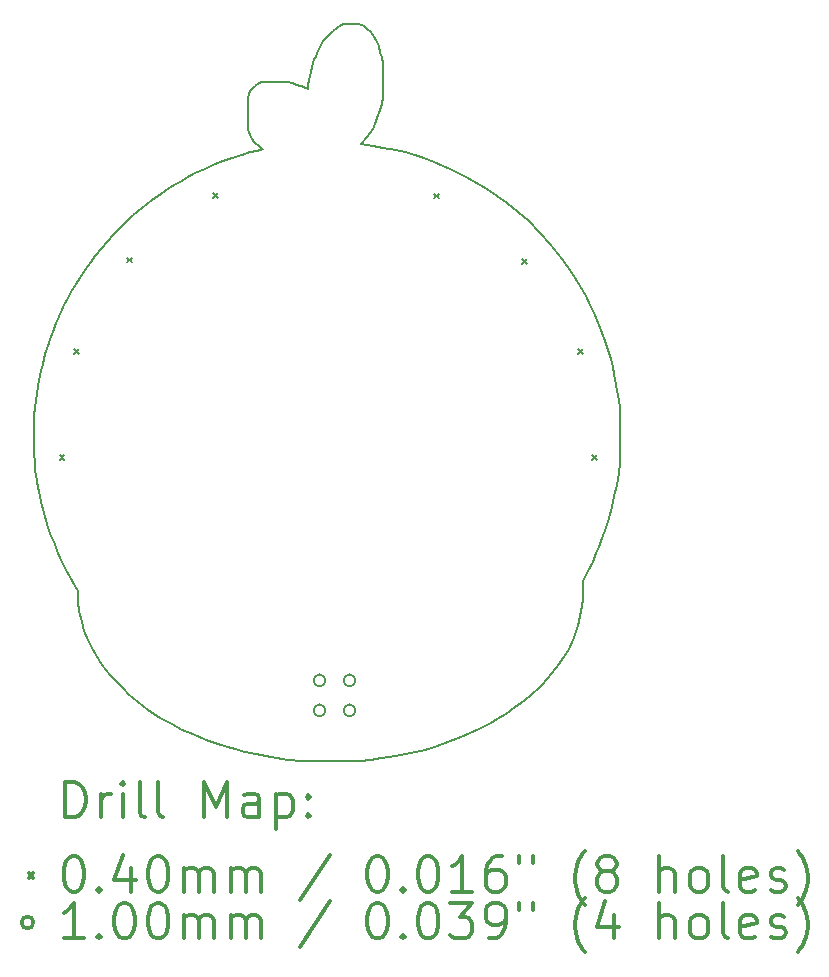
<source format=gbr>
%FSLAX45Y45*%
G04 Gerber Fmt 4.5, Leading zero omitted, Abs format (unit mm)*
G04 Created by KiCad (PCBNEW 4.0.7) date 06/13/18 09:16:29*
%MOMM*%
%LPD*%
G01*
G04 APERTURE LIST*
%ADD10C,0.127000*%
%ADD11C,0.150000*%
%ADD12C,0.200000*%
%ADD13C,0.300000*%
G04 APERTURE END LIST*
D10*
D11*
X11049000Y-7807960D02*
X11084560Y-7828280D01*
X10947400Y-7762240D02*
X11049000Y-7807960D01*
X10886440Y-7731760D02*
X10947400Y-7762240D01*
X10810240Y-7701280D02*
X10886440Y-7731760D01*
X10728960Y-7670800D02*
X10810240Y-7701280D01*
X10647680Y-7645400D02*
X10728960Y-7670800D01*
X10566400Y-7620000D02*
X10647680Y-7645400D01*
X10490200Y-7599680D02*
X10566400Y-7620000D01*
X10383520Y-7579360D02*
X10490200Y-7599680D01*
X10297160Y-7564120D02*
X10383520Y-7579360D01*
X10241280Y-7553960D02*
X10297160Y-7564120D01*
X10195560Y-7548880D02*
X10241280Y-7553960D01*
X10246360Y-7493000D02*
X10195560Y-7548880D01*
X10292080Y-7421880D02*
X10246360Y-7493000D01*
X10312400Y-7376160D02*
X10292080Y-7421880D01*
X10332720Y-7330440D02*
X10312400Y-7376160D01*
X10353040Y-7264400D02*
X10332720Y-7330440D01*
X10368280Y-7213600D02*
X10353040Y-7264400D01*
X10378440Y-7147560D02*
X10368280Y-7213600D01*
X10378440Y-7122160D02*
X10378440Y-7147560D01*
X10383520Y-7056120D02*
X10378440Y-7122160D01*
X10383520Y-6990080D02*
X10383520Y-7056120D01*
X10383520Y-6969760D02*
X10383520Y-6990080D01*
X10378440Y-6898640D02*
X10383520Y-6969760D01*
X10378440Y-6868160D02*
X10378440Y-6898640D01*
X10368280Y-6812280D02*
X10378440Y-6868160D01*
X10358120Y-6776720D02*
X10368280Y-6812280D01*
X10342880Y-6720840D02*
X10358120Y-6776720D01*
X10322560Y-6670040D02*
X10342880Y-6720840D01*
X10307320Y-6644640D02*
X10322560Y-6670040D01*
X10281920Y-6604000D02*
X10307320Y-6644640D01*
X10246360Y-6573520D02*
X10281920Y-6604000D01*
X10215880Y-6548120D02*
X10246360Y-6573520D01*
X10180320Y-6532880D02*
X10215880Y-6548120D01*
X10048240Y-6532880D02*
X10180320Y-6532880D01*
X10027920Y-6543040D02*
X10048240Y-6532880D01*
X9987280Y-6568440D02*
X10027920Y-6543040D01*
X9956800Y-6588760D02*
X9987280Y-6568440D01*
X9906000Y-6639560D02*
X9956800Y-6588760D01*
X9875520Y-6680200D02*
X9906000Y-6639560D01*
X9850120Y-6725920D02*
X9875520Y-6680200D01*
X9824720Y-6776720D02*
X9850120Y-6725920D01*
X9809480Y-6812280D02*
X9824720Y-6776720D01*
X9799320Y-6832600D02*
X9809480Y-6812280D01*
X9789160Y-6863080D02*
X9799320Y-6832600D01*
X9779000Y-6898640D02*
X9789160Y-6863080D01*
X9768840Y-6939280D02*
X9779000Y-6898640D01*
X9758680Y-6974840D02*
X9768840Y-6939280D01*
X9753600Y-7010400D02*
X9758680Y-6974840D01*
X9748520Y-7045960D02*
X9753600Y-7010400D01*
X9748520Y-7081520D02*
X9748520Y-7045960D01*
X9733280Y-7076440D02*
X9748520Y-7081520D01*
X9718040Y-7071360D02*
X9733280Y-7076440D01*
X9697720Y-7061200D02*
X9718040Y-7071360D01*
X9682480Y-7056120D02*
X9697720Y-7061200D01*
X9646920Y-7045960D02*
X9682480Y-7056120D01*
X9616440Y-7035800D02*
X9646920Y-7045960D01*
X9606280Y-7030720D02*
X9616440Y-7035800D01*
X9575800Y-7025640D02*
X9606280Y-7030720D01*
X9555480Y-7020560D02*
X9575800Y-7025640D01*
X9519920Y-7020560D02*
X9555480Y-7020560D01*
X9494520Y-7020560D02*
X9519920Y-7020560D01*
X9448800Y-7020560D02*
X9494520Y-7020560D01*
X9387840Y-7020560D02*
X9448800Y-7020560D01*
X9362440Y-7020560D02*
X9387840Y-7020560D01*
X9352280Y-7025640D02*
X9362440Y-7020560D01*
X9326880Y-7035800D02*
X9352280Y-7025640D01*
X9296400Y-7056120D02*
X9326880Y-7035800D01*
X9276080Y-7076440D02*
X9296400Y-7056120D01*
X9255760Y-7101840D02*
X9276080Y-7076440D01*
X9245600Y-7127240D02*
X9255760Y-7101840D01*
X9240520Y-7162800D02*
X9245600Y-7127240D01*
X9235440Y-7188200D02*
X9240520Y-7162800D01*
X9235440Y-7198360D02*
X9235440Y-7188200D01*
X9235440Y-7249160D02*
X9235440Y-7198360D01*
X9235440Y-7310120D02*
X9235440Y-7249160D01*
X9235440Y-7366000D02*
X9235440Y-7310120D01*
X9235440Y-7401560D02*
X9235440Y-7366000D01*
X9240520Y-7426960D02*
X9235440Y-7401560D01*
X9245600Y-7447280D02*
X9240520Y-7426960D01*
X9255760Y-7472680D02*
X9245600Y-7447280D01*
X9271000Y-7503160D02*
X9255760Y-7472680D01*
X9286240Y-7528560D02*
X9271000Y-7503160D01*
X9296400Y-7538720D02*
X9286240Y-7528560D01*
X9326880Y-7569200D02*
X9296400Y-7538720D01*
X9347200Y-7584440D02*
X9326880Y-7569200D01*
X9362440Y-7594600D02*
X9347200Y-7584440D01*
X9311640Y-7604760D02*
X9362440Y-7594600D01*
X9250680Y-7620000D02*
X9311640Y-7604760D01*
X9184640Y-7640320D02*
X9250680Y-7620000D01*
X9103360Y-7665720D02*
X9184640Y-7640320D01*
X9047480Y-7686040D02*
X9103360Y-7665720D01*
X9022080Y-7696200D02*
X9047480Y-7686040D01*
X8956040Y-7721600D02*
X9022080Y-7696200D01*
X8874760Y-7757160D02*
X8956040Y-7721600D01*
X8788400Y-7797800D02*
X8874760Y-7757160D01*
X8712200Y-7838440D02*
X8788400Y-7797800D01*
X8676640Y-7858760D02*
X8712200Y-7838440D01*
X8625840Y-7889240D02*
X8676640Y-7858760D01*
X8564880Y-7924800D02*
X8625840Y-7889240D01*
X8503920Y-7970520D02*
X8564880Y-7924800D01*
X8427720Y-8021320D02*
X8503920Y-7970520D01*
X8341360Y-8092440D02*
X8427720Y-8021320D01*
X8265160Y-8153400D02*
X8341360Y-8092440D01*
X8158480Y-8255000D02*
X8265160Y-8153400D01*
X8102600Y-8310880D02*
X8158480Y-8255000D01*
X8041640Y-8382000D02*
X8102600Y-8310880D01*
X8001000Y-8427720D02*
X8041640Y-8382000D01*
X7945120Y-8498840D02*
X8001000Y-8427720D01*
X7904480Y-8549640D02*
X7945120Y-8498840D01*
X7858760Y-8615680D02*
X7904480Y-8549640D01*
X7813040Y-8681720D02*
X7858760Y-8615680D01*
X7782560Y-8732520D02*
X7813040Y-8681720D01*
X7741920Y-8803640D02*
X7782560Y-8732520D01*
X7716520Y-8849360D02*
X7741920Y-8803640D01*
X7680960Y-8910320D02*
X7716520Y-8849360D01*
X7655560Y-8971280D02*
X7680960Y-8910320D01*
X7640320Y-9006840D02*
X7655560Y-8971280D01*
X7635240Y-9017000D02*
X7640320Y-9006840D01*
X7609840Y-9067800D02*
X7635240Y-9017000D01*
X7584440Y-9138920D02*
X7609840Y-9067800D01*
X7559040Y-9199880D02*
X7584440Y-9138920D01*
X7548880Y-9235440D02*
X7559040Y-9199880D01*
X7518400Y-9326880D02*
X7548880Y-9235440D01*
X7498080Y-9413240D02*
X7518400Y-9326880D01*
X7482840Y-9469120D02*
X7498080Y-9413240D01*
X7477760Y-9504680D02*
X7482840Y-9469120D01*
X7457440Y-9601200D02*
X7477760Y-9504680D01*
X7447280Y-9667240D02*
X7457440Y-9601200D01*
X7432040Y-9773920D02*
X7447280Y-9667240D01*
X7426960Y-9855200D02*
X7432040Y-9773920D01*
X7426960Y-9972040D02*
X7426960Y-9855200D01*
X7426960Y-10083800D02*
X7426960Y-9972040D01*
X7426960Y-10165080D02*
X7426960Y-10083800D01*
X7432040Y-10251440D02*
X7426960Y-10165080D01*
X7437120Y-10307320D02*
X7432040Y-10251440D01*
X7452360Y-10403840D02*
X7437120Y-10307320D01*
X7462520Y-10459720D02*
X7452360Y-10403840D01*
X7467600Y-10490200D02*
X7462520Y-10459720D01*
X7487920Y-10581640D02*
X7467600Y-10490200D01*
X7508240Y-10673080D02*
X7487920Y-10581640D01*
X7538720Y-10769600D02*
X7508240Y-10673080D01*
X7564120Y-10850880D02*
X7538720Y-10769600D01*
X7599680Y-10937240D02*
X7564120Y-10850880D01*
X7620000Y-10993120D02*
X7599680Y-10937240D01*
X7655560Y-11069320D02*
X7620000Y-10993120D01*
X7696200Y-11155680D02*
X7655560Y-11069320D01*
X7731760Y-11216640D02*
X7696200Y-11155680D01*
X7772400Y-11287760D02*
X7731760Y-11216640D01*
X7797800Y-11333480D02*
X7772400Y-11287760D01*
X7797800Y-11348720D02*
X7797800Y-11333480D01*
X7797800Y-11424920D02*
X7797800Y-11348720D01*
X7807960Y-11501120D02*
X7797800Y-11424920D01*
X7828280Y-11597640D02*
X7807960Y-11501120D01*
X7848600Y-11668760D02*
X7828280Y-11597640D01*
X7884160Y-11750040D02*
X7848600Y-11668760D01*
X7914640Y-11816080D02*
X7884160Y-11750040D01*
X7950200Y-11877040D02*
X7914640Y-11816080D01*
X8001000Y-11958320D02*
X7950200Y-11877040D01*
X8067040Y-12044680D02*
X8001000Y-11958320D01*
X8133080Y-12115800D02*
X8067040Y-12044680D01*
X8183880Y-12166600D02*
X8133080Y-12115800D01*
X8219440Y-12202160D02*
X8183880Y-12166600D01*
X8305800Y-12273280D02*
X8219440Y-12202160D01*
X8392160Y-12339320D02*
X8305800Y-12273280D01*
X8493760Y-12405360D02*
X8392160Y-12339320D01*
X8590280Y-12461240D02*
X8493760Y-12405360D01*
X8681720Y-12506960D02*
X8590280Y-12461240D01*
X8768080Y-12547600D02*
X8681720Y-12506960D01*
X8879840Y-12593320D02*
X8768080Y-12547600D01*
X8981440Y-12628880D02*
X8879840Y-12593320D01*
X9093200Y-12664440D02*
X8981440Y-12628880D01*
X9133840Y-12674600D02*
X9093200Y-12664440D01*
X9174480Y-12684760D02*
X9133840Y-12674600D01*
X9255760Y-12705080D02*
X9174480Y-12684760D01*
X9301480Y-12715240D02*
X9255760Y-12705080D01*
X9433560Y-12740640D02*
X9301480Y-12715240D01*
X9575800Y-12760960D02*
X9433560Y-12740640D01*
X9692640Y-12771120D02*
X9575800Y-12760960D01*
X9784080Y-12776200D02*
X9692640Y-12771120D01*
X9809480Y-12776200D02*
X9784080Y-12776200D01*
X9860280Y-12776200D02*
X9809480Y-12776200D01*
X9977120Y-12776200D02*
X9860280Y-12776200D01*
X10068560Y-12776200D02*
X9977120Y-12776200D01*
X10185400Y-12771120D02*
X10068560Y-12776200D01*
X10276840Y-12760960D02*
X10185400Y-12771120D01*
X10363200Y-12750800D02*
X10276840Y-12760960D01*
X10490200Y-12730480D02*
X10363200Y-12750800D01*
X10612120Y-12705080D02*
X10490200Y-12730480D01*
X10698480Y-12684760D02*
X10612120Y-12705080D01*
X10795000Y-12659360D02*
X10698480Y-12684760D01*
X10906760Y-12623800D02*
X10795000Y-12659360D01*
X11038840Y-12573000D02*
X10906760Y-12623800D01*
X11120120Y-12537440D02*
X11038840Y-12573000D01*
X11196320Y-12501880D02*
X11120120Y-12537440D01*
X11242040Y-12476480D02*
X11196320Y-12501880D01*
X11292840Y-12451080D02*
X11242040Y-12476480D01*
X11343640Y-12420600D02*
X11292840Y-12451080D01*
X11419840Y-12374880D02*
X11343640Y-12420600D01*
X11501120Y-12319000D02*
X11419840Y-12374880D01*
X11551920Y-12283440D02*
X11501120Y-12319000D01*
X11623040Y-12222480D02*
X11551920Y-12283440D01*
X11714480Y-12141200D02*
X11623040Y-12222480D01*
X11780520Y-12070080D02*
X11714480Y-12141200D01*
X11871960Y-11953240D02*
X11780520Y-12070080D01*
X11907520Y-11897360D02*
X11871960Y-11953240D01*
X11943080Y-11841480D02*
X11907520Y-11897360D01*
X11993880Y-11734800D02*
X11943080Y-11841480D01*
X12014200Y-11673840D02*
X11993880Y-11734800D01*
X12029440Y-11628120D02*
X12014200Y-11673840D01*
X12049760Y-11546840D02*
X12029440Y-11628120D01*
X12065000Y-11460480D02*
X12049760Y-11546840D01*
X12070080Y-11399520D02*
X12065000Y-11460480D01*
X12070080Y-11292840D02*
X12070080Y-11399520D01*
X12070080Y-11247120D02*
X12070080Y-11292840D01*
X12080240Y-11231880D02*
X12070080Y-11247120D01*
X12115800Y-11165840D02*
X12080240Y-11231880D01*
X12156440Y-11084560D02*
X12115800Y-11165840D01*
X12186920Y-11013440D02*
X12156440Y-11084560D01*
X12212320Y-10957560D02*
X12186920Y-11013440D01*
X12237720Y-10886440D02*
X12212320Y-10957560D01*
X12268200Y-10800080D02*
X12237720Y-10886440D01*
X12293600Y-10718800D02*
X12268200Y-10800080D01*
X12319000Y-10622280D02*
X12293600Y-10718800D01*
X12339320Y-10530840D02*
X12319000Y-10622280D01*
X12359640Y-10434320D02*
X12339320Y-10530840D01*
X12374880Y-10332720D02*
X12359640Y-10434320D01*
X12385040Y-10251440D02*
X12374880Y-10332720D01*
X12390120Y-10149840D02*
X12385040Y-10251440D01*
X12390120Y-10119360D02*
X12390120Y-10149840D01*
X12390120Y-10007600D02*
X12390120Y-10119360D01*
X12390120Y-9885680D02*
X12390120Y-10007600D01*
X12385040Y-9784080D02*
X12390120Y-9885680D01*
X12374880Y-9712960D02*
X12385040Y-9784080D01*
X12364720Y-9641840D02*
X12374880Y-9712960D01*
X12354560Y-9585960D02*
X12364720Y-9641840D01*
X12339320Y-9499600D02*
X12354560Y-9585960D01*
X12324080Y-9438640D02*
X12339320Y-9499600D01*
X12308840Y-9372600D02*
X12324080Y-9438640D01*
X12293600Y-9321800D02*
X12308840Y-9372600D01*
X12263120Y-9215120D02*
X12293600Y-9321800D01*
X12212320Y-9083040D02*
X12263120Y-9215120D01*
X12166600Y-8976360D02*
X12212320Y-9083040D01*
X12136120Y-8915400D02*
X12166600Y-8976360D01*
X12095480Y-8834120D02*
X12136120Y-8915400D01*
X12049760Y-8752840D02*
X12095480Y-8834120D01*
X11978640Y-8641080D02*
X12049760Y-8752840D01*
X11892280Y-8519160D02*
X11978640Y-8641080D01*
X11790680Y-8392160D02*
X11892280Y-8519160D01*
X11612880Y-8204200D02*
X11790680Y-8392160D01*
X11430000Y-8051800D02*
X11612880Y-8204200D01*
X11257280Y-7929880D02*
X11430000Y-8051800D01*
X11084560Y-7828280D02*
X11257280Y-7929880D01*
D12*
X7641148Y-10181148D02*
X7681148Y-10221148D01*
X7681148Y-10181148D02*
X7641148Y-10221148D01*
X7767132Y-9284020D02*
X7807132Y-9324020D01*
X7807132Y-9284020D02*
X7767132Y-9324020D01*
X8213664Y-8510844D02*
X8253664Y-8550844D01*
X8253664Y-8510844D02*
X8213664Y-8550844D01*
X8941120Y-7962204D02*
X8981120Y-8002204D01*
X8981120Y-7962204D02*
X8941120Y-8002204D01*
X10815640Y-7969824D02*
X10855640Y-8009824D01*
X10855640Y-7969824D02*
X10815640Y-8009824D01*
X11558336Y-8524052D02*
X11598336Y-8564052D01*
X11598336Y-8524052D02*
X11558336Y-8564052D01*
X12034840Y-9288084D02*
X12074840Y-9328084D01*
X12074840Y-9288084D02*
X12034840Y-9328084D01*
X12153204Y-10183180D02*
X12193204Y-10223180D01*
X12193204Y-10183180D02*
X12153204Y-10223180D01*
X9892500Y-12090400D02*
G75*
G03X9892500Y-12090400I-50000J0D01*
G01*
X9892500Y-12344400D02*
G75*
G03X9892500Y-12344400I-50000J0D01*
G01*
X10146500Y-12090400D02*
G75*
G03X10146500Y-12090400I-50000J0D01*
G01*
X10146500Y-12344400D02*
G75*
G03X10146500Y-12344400I-50000J0D01*
G01*
D13*
X7690888Y-13249414D02*
X7690888Y-12949414D01*
X7762317Y-12949414D01*
X7805174Y-12963700D01*
X7833746Y-12992271D01*
X7848031Y-13020843D01*
X7862317Y-13077986D01*
X7862317Y-13120843D01*
X7848031Y-13177986D01*
X7833746Y-13206557D01*
X7805174Y-13235129D01*
X7762317Y-13249414D01*
X7690888Y-13249414D01*
X7990888Y-13249414D02*
X7990888Y-13049414D01*
X7990888Y-13106557D02*
X8005174Y-13077986D01*
X8019460Y-13063700D01*
X8048031Y-13049414D01*
X8076603Y-13049414D01*
X8176603Y-13249414D02*
X8176603Y-13049414D01*
X8176603Y-12949414D02*
X8162317Y-12963700D01*
X8176603Y-12977986D01*
X8190888Y-12963700D01*
X8176603Y-12949414D01*
X8176603Y-12977986D01*
X8362317Y-13249414D02*
X8333746Y-13235129D01*
X8319460Y-13206557D01*
X8319460Y-12949414D01*
X8519460Y-13249414D02*
X8490889Y-13235129D01*
X8476603Y-13206557D01*
X8476603Y-12949414D01*
X8862317Y-13249414D02*
X8862317Y-12949414D01*
X8962317Y-13163700D01*
X9062317Y-12949414D01*
X9062317Y-13249414D01*
X9333746Y-13249414D02*
X9333746Y-13092271D01*
X9319460Y-13063700D01*
X9290889Y-13049414D01*
X9233746Y-13049414D01*
X9205174Y-13063700D01*
X9333746Y-13235129D02*
X9305174Y-13249414D01*
X9233746Y-13249414D01*
X9205174Y-13235129D01*
X9190889Y-13206557D01*
X9190889Y-13177986D01*
X9205174Y-13149414D01*
X9233746Y-13135129D01*
X9305174Y-13135129D01*
X9333746Y-13120843D01*
X9476603Y-13049414D02*
X9476603Y-13349414D01*
X9476603Y-13063700D02*
X9505174Y-13049414D01*
X9562317Y-13049414D01*
X9590889Y-13063700D01*
X9605174Y-13077986D01*
X9619460Y-13106557D01*
X9619460Y-13192271D01*
X9605174Y-13220843D01*
X9590889Y-13235129D01*
X9562317Y-13249414D01*
X9505174Y-13249414D01*
X9476603Y-13235129D01*
X9748031Y-13220843D02*
X9762317Y-13235129D01*
X9748031Y-13249414D01*
X9733746Y-13235129D01*
X9748031Y-13220843D01*
X9748031Y-13249414D01*
X9748031Y-13063700D02*
X9762317Y-13077986D01*
X9748031Y-13092271D01*
X9733746Y-13077986D01*
X9748031Y-13063700D01*
X9748031Y-13092271D01*
X7379460Y-13723700D02*
X7419460Y-13763700D01*
X7419460Y-13723700D02*
X7379460Y-13763700D01*
X7748031Y-13579414D02*
X7776603Y-13579414D01*
X7805174Y-13593700D01*
X7819460Y-13607986D01*
X7833746Y-13636557D01*
X7848031Y-13693700D01*
X7848031Y-13765129D01*
X7833746Y-13822271D01*
X7819460Y-13850843D01*
X7805174Y-13865129D01*
X7776603Y-13879414D01*
X7748031Y-13879414D01*
X7719460Y-13865129D01*
X7705174Y-13850843D01*
X7690888Y-13822271D01*
X7676603Y-13765129D01*
X7676603Y-13693700D01*
X7690888Y-13636557D01*
X7705174Y-13607986D01*
X7719460Y-13593700D01*
X7748031Y-13579414D01*
X7976603Y-13850843D02*
X7990888Y-13865129D01*
X7976603Y-13879414D01*
X7962317Y-13865129D01*
X7976603Y-13850843D01*
X7976603Y-13879414D01*
X8248031Y-13679414D02*
X8248031Y-13879414D01*
X8176603Y-13565129D02*
X8105174Y-13779414D01*
X8290888Y-13779414D01*
X8462317Y-13579414D02*
X8490889Y-13579414D01*
X8519460Y-13593700D01*
X8533746Y-13607986D01*
X8548031Y-13636557D01*
X8562317Y-13693700D01*
X8562317Y-13765129D01*
X8548031Y-13822271D01*
X8533746Y-13850843D01*
X8519460Y-13865129D01*
X8490889Y-13879414D01*
X8462317Y-13879414D01*
X8433746Y-13865129D01*
X8419460Y-13850843D01*
X8405174Y-13822271D01*
X8390889Y-13765129D01*
X8390889Y-13693700D01*
X8405174Y-13636557D01*
X8419460Y-13607986D01*
X8433746Y-13593700D01*
X8462317Y-13579414D01*
X8690889Y-13879414D02*
X8690889Y-13679414D01*
X8690889Y-13707986D02*
X8705174Y-13693700D01*
X8733746Y-13679414D01*
X8776603Y-13679414D01*
X8805174Y-13693700D01*
X8819460Y-13722271D01*
X8819460Y-13879414D01*
X8819460Y-13722271D02*
X8833746Y-13693700D01*
X8862317Y-13679414D01*
X8905174Y-13679414D01*
X8933746Y-13693700D01*
X8948031Y-13722271D01*
X8948031Y-13879414D01*
X9090889Y-13879414D02*
X9090889Y-13679414D01*
X9090889Y-13707986D02*
X9105174Y-13693700D01*
X9133746Y-13679414D01*
X9176603Y-13679414D01*
X9205174Y-13693700D01*
X9219460Y-13722271D01*
X9219460Y-13879414D01*
X9219460Y-13722271D02*
X9233746Y-13693700D01*
X9262317Y-13679414D01*
X9305174Y-13679414D01*
X9333746Y-13693700D01*
X9348031Y-13722271D01*
X9348031Y-13879414D01*
X9933746Y-13565129D02*
X9676603Y-13950843D01*
X10319460Y-13579414D02*
X10348031Y-13579414D01*
X10376603Y-13593700D01*
X10390888Y-13607986D01*
X10405174Y-13636557D01*
X10419460Y-13693700D01*
X10419460Y-13765129D01*
X10405174Y-13822271D01*
X10390888Y-13850843D01*
X10376603Y-13865129D01*
X10348031Y-13879414D01*
X10319460Y-13879414D01*
X10290888Y-13865129D01*
X10276603Y-13850843D01*
X10262317Y-13822271D01*
X10248031Y-13765129D01*
X10248031Y-13693700D01*
X10262317Y-13636557D01*
X10276603Y-13607986D01*
X10290888Y-13593700D01*
X10319460Y-13579414D01*
X10548031Y-13850843D02*
X10562317Y-13865129D01*
X10548031Y-13879414D01*
X10533746Y-13865129D01*
X10548031Y-13850843D01*
X10548031Y-13879414D01*
X10748031Y-13579414D02*
X10776603Y-13579414D01*
X10805174Y-13593700D01*
X10819460Y-13607986D01*
X10833746Y-13636557D01*
X10848031Y-13693700D01*
X10848031Y-13765129D01*
X10833746Y-13822271D01*
X10819460Y-13850843D01*
X10805174Y-13865129D01*
X10776603Y-13879414D01*
X10748031Y-13879414D01*
X10719460Y-13865129D01*
X10705174Y-13850843D01*
X10690888Y-13822271D01*
X10676603Y-13765129D01*
X10676603Y-13693700D01*
X10690888Y-13636557D01*
X10705174Y-13607986D01*
X10719460Y-13593700D01*
X10748031Y-13579414D01*
X11133746Y-13879414D02*
X10962317Y-13879414D01*
X11048031Y-13879414D02*
X11048031Y-13579414D01*
X11019460Y-13622271D01*
X10990888Y-13650843D01*
X10962317Y-13665129D01*
X11390888Y-13579414D02*
X11333745Y-13579414D01*
X11305174Y-13593700D01*
X11290888Y-13607986D01*
X11262317Y-13650843D01*
X11248031Y-13707986D01*
X11248031Y-13822271D01*
X11262317Y-13850843D01*
X11276603Y-13865129D01*
X11305174Y-13879414D01*
X11362317Y-13879414D01*
X11390888Y-13865129D01*
X11405174Y-13850843D01*
X11419460Y-13822271D01*
X11419460Y-13750843D01*
X11405174Y-13722271D01*
X11390888Y-13707986D01*
X11362317Y-13693700D01*
X11305174Y-13693700D01*
X11276603Y-13707986D01*
X11262317Y-13722271D01*
X11248031Y-13750843D01*
X11533746Y-13579414D02*
X11533746Y-13636557D01*
X11648031Y-13579414D02*
X11648031Y-13636557D01*
X12090888Y-13993700D02*
X12076603Y-13979414D01*
X12048031Y-13936557D01*
X12033745Y-13907986D01*
X12019460Y-13865129D01*
X12005174Y-13793700D01*
X12005174Y-13736557D01*
X12019460Y-13665129D01*
X12033745Y-13622271D01*
X12048031Y-13593700D01*
X12076603Y-13550843D01*
X12090888Y-13536557D01*
X12248031Y-13707986D02*
X12219460Y-13693700D01*
X12205174Y-13679414D01*
X12190888Y-13650843D01*
X12190888Y-13636557D01*
X12205174Y-13607986D01*
X12219460Y-13593700D01*
X12248031Y-13579414D01*
X12305174Y-13579414D01*
X12333745Y-13593700D01*
X12348031Y-13607986D01*
X12362317Y-13636557D01*
X12362317Y-13650843D01*
X12348031Y-13679414D01*
X12333745Y-13693700D01*
X12305174Y-13707986D01*
X12248031Y-13707986D01*
X12219460Y-13722271D01*
X12205174Y-13736557D01*
X12190888Y-13765129D01*
X12190888Y-13822271D01*
X12205174Y-13850843D01*
X12219460Y-13865129D01*
X12248031Y-13879414D01*
X12305174Y-13879414D01*
X12333745Y-13865129D01*
X12348031Y-13850843D01*
X12362317Y-13822271D01*
X12362317Y-13765129D01*
X12348031Y-13736557D01*
X12333745Y-13722271D01*
X12305174Y-13707986D01*
X12719460Y-13879414D02*
X12719460Y-13579414D01*
X12848031Y-13879414D02*
X12848031Y-13722271D01*
X12833745Y-13693700D01*
X12805174Y-13679414D01*
X12762317Y-13679414D01*
X12733745Y-13693700D01*
X12719460Y-13707986D01*
X13033745Y-13879414D02*
X13005174Y-13865129D01*
X12990888Y-13850843D01*
X12976603Y-13822271D01*
X12976603Y-13736557D01*
X12990888Y-13707986D01*
X13005174Y-13693700D01*
X13033745Y-13679414D01*
X13076603Y-13679414D01*
X13105174Y-13693700D01*
X13119460Y-13707986D01*
X13133745Y-13736557D01*
X13133745Y-13822271D01*
X13119460Y-13850843D01*
X13105174Y-13865129D01*
X13076603Y-13879414D01*
X13033745Y-13879414D01*
X13305174Y-13879414D02*
X13276603Y-13865129D01*
X13262317Y-13836557D01*
X13262317Y-13579414D01*
X13533746Y-13865129D02*
X13505174Y-13879414D01*
X13448031Y-13879414D01*
X13419460Y-13865129D01*
X13405174Y-13836557D01*
X13405174Y-13722271D01*
X13419460Y-13693700D01*
X13448031Y-13679414D01*
X13505174Y-13679414D01*
X13533746Y-13693700D01*
X13548031Y-13722271D01*
X13548031Y-13750843D01*
X13405174Y-13779414D01*
X13662317Y-13865129D02*
X13690888Y-13879414D01*
X13748031Y-13879414D01*
X13776603Y-13865129D01*
X13790888Y-13836557D01*
X13790888Y-13822271D01*
X13776603Y-13793700D01*
X13748031Y-13779414D01*
X13705174Y-13779414D01*
X13676603Y-13765129D01*
X13662317Y-13736557D01*
X13662317Y-13722271D01*
X13676603Y-13693700D01*
X13705174Y-13679414D01*
X13748031Y-13679414D01*
X13776603Y-13693700D01*
X13890888Y-13993700D02*
X13905174Y-13979414D01*
X13933746Y-13936557D01*
X13948031Y-13907986D01*
X13962317Y-13865129D01*
X13976603Y-13793700D01*
X13976603Y-13736557D01*
X13962317Y-13665129D01*
X13948031Y-13622271D01*
X13933746Y-13593700D01*
X13905174Y-13550843D01*
X13890888Y-13536557D01*
X7419460Y-14139700D02*
G75*
G03X7419460Y-14139700I-50000J0D01*
G01*
X7848031Y-14275414D02*
X7676603Y-14275414D01*
X7762317Y-14275414D02*
X7762317Y-13975414D01*
X7733746Y-14018271D01*
X7705174Y-14046843D01*
X7676603Y-14061129D01*
X7976603Y-14246843D02*
X7990888Y-14261129D01*
X7976603Y-14275414D01*
X7962317Y-14261129D01*
X7976603Y-14246843D01*
X7976603Y-14275414D01*
X8176603Y-13975414D02*
X8205174Y-13975414D01*
X8233746Y-13989700D01*
X8248031Y-14003986D01*
X8262317Y-14032557D01*
X8276603Y-14089700D01*
X8276603Y-14161129D01*
X8262317Y-14218271D01*
X8248031Y-14246843D01*
X8233746Y-14261129D01*
X8205174Y-14275414D01*
X8176603Y-14275414D01*
X8148031Y-14261129D01*
X8133746Y-14246843D01*
X8119460Y-14218271D01*
X8105174Y-14161129D01*
X8105174Y-14089700D01*
X8119460Y-14032557D01*
X8133746Y-14003986D01*
X8148031Y-13989700D01*
X8176603Y-13975414D01*
X8462317Y-13975414D02*
X8490889Y-13975414D01*
X8519460Y-13989700D01*
X8533746Y-14003986D01*
X8548031Y-14032557D01*
X8562317Y-14089700D01*
X8562317Y-14161129D01*
X8548031Y-14218271D01*
X8533746Y-14246843D01*
X8519460Y-14261129D01*
X8490889Y-14275414D01*
X8462317Y-14275414D01*
X8433746Y-14261129D01*
X8419460Y-14246843D01*
X8405174Y-14218271D01*
X8390889Y-14161129D01*
X8390889Y-14089700D01*
X8405174Y-14032557D01*
X8419460Y-14003986D01*
X8433746Y-13989700D01*
X8462317Y-13975414D01*
X8690889Y-14275414D02*
X8690889Y-14075414D01*
X8690889Y-14103986D02*
X8705174Y-14089700D01*
X8733746Y-14075414D01*
X8776603Y-14075414D01*
X8805174Y-14089700D01*
X8819460Y-14118271D01*
X8819460Y-14275414D01*
X8819460Y-14118271D02*
X8833746Y-14089700D01*
X8862317Y-14075414D01*
X8905174Y-14075414D01*
X8933746Y-14089700D01*
X8948031Y-14118271D01*
X8948031Y-14275414D01*
X9090889Y-14275414D02*
X9090889Y-14075414D01*
X9090889Y-14103986D02*
X9105174Y-14089700D01*
X9133746Y-14075414D01*
X9176603Y-14075414D01*
X9205174Y-14089700D01*
X9219460Y-14118271D01*
X9219460Y-14275414D01*
X9219460Y-14118271D02*
X9233746Y-14089700D01*
X9262317Y-14075414D01*
X9305174Y-14075414D01*
X9333746Y-14089700D01*
X9348031Y-14118271D01*
X9348031Y-14275414D01*
X9933746Y-13961129D02*
X9676603Y-14346843D01*
X10319460Y-13975414D02*
X10348031Y-13975414D01*
X10376603Y-13989700D01*
X10390888Y-14003986D01*
X10405174Y-14032557D01*
X10419460Y-14089700D01*
X10419460Y-14161129D01*
X10405174Y-14218271D01*
X10390888Y-14246843D01*
X10376603Y-14261129D01*
X10348031Y-14275414D01*
X10319460Y-14275414D01*
X10290888Y-14261129D01*
X10276603Y-14246843D01*
X10262317Y-14218271D01*
X10248031Y-14161129D01*
X10248031Y-14089700D01*
X10262317Y-14032557D01*
X10276603Y-14003986D01*
X10290888Y-13989700D01*
X10319460Y-13975414D01*
X10548031Y-14246843D02*
X10562317Y-14261129D01*
X10548031Y-14275414D01*
X10533746Y-14261129D01*
X10548031Y-14246843D01*
X10548031Y-14275414D01*
X10748031Y-13975414D02*
X10776603Y-13975414D01*
X10805174Y-13989700D01*
X10819460Y-14003986D01*
X10833746Y-14032557D01*
X10848031Y-14089700D01*
X10848031Y-14161129D01*
X10833746Y-14218271D01*
X10819460Y-14246843D01*
X10805174Y-14261129D01*
X10776603Y-14275414D01*
X10748031Y-14275414D01*
X10719460Y-14261129D01*
X10705174Y-14246843D01*
X10690888Y-14218271D01*
X10676603Y-14161129D01*
X10676603Y-14089700D01*
X10690888Y-14032557D01*
X10705174Y-14003986D01*
X10719460Y-13989700D01*
X10748031Y-13975414D01*
X10948031Y-13975414D02*
X11133746Y-13975414D01*
X11033746Y-14089700D01*
X11076603Y-14089700D01*
X11105174Y-14103986D01*
X11119460Y-14118271D01*
X11133746Y-14146843D01*
X11133746Y-14218271D01*
X11119460Y-14246843D01*
X11105174Y-14261129D01*
X11076603Y-14275414D01*
X10990888Y-14275414D01*
X10962317Y-14261129D01*
X10948031Y-14246843D01*
X11276603Y-14275414D02*
X11333745Y-14275414D01*
X11362317Y-14261129D01*
X11376603Y-14246843D01*
X11405174Y-14203986D01*
X11419460Y-14146843D01*
X11419460Y-14032557D01*
X11405174Y-14003986D01*
X11390888Y-13989700D01*
X11362317Y-13975414D01*
X11305174Y-13975414D01*
X11276603Y-13989700D01*
X11262317Y-14003986D01*
X11248031Y-14032557D01*
X11248031Y-14103986D01*
X11262317Y-14132557D01*
X11276603Y-14146843D01*
X11305174Y-14161129D01*
X11362317Y-14161129D01*
X11390888Y-14146843D01*
X11405174Y-14132557D01*
X11419460Y-14103986D01*
X11533746Y-13975414D02*
X11533746Y-14032557D01*
X11648031Y-13975414D02*
X11648031Y-14032557D01*
X12090888Y-14389700D02*
X12076603Y-14375414D01*
X12048031Y-14332557D01*
X12033745Y-14303986D01*
X12019460Y-14261129D01*
X12005174Y-14189700D01*
X12005174Y-14132557D01*
X12019460Y-14061129D01*
X12033745Y-14018271D01*
X12048031Y-13989700D01*
X12076603Y-13946843D01*
X12090888Y-13932557D01*
X12333745Y-14075414D02*
X12333745Y-14275414D01*
X12262317Y-13961129D02*
X12190888Y-14175414D01*
X12376603Y-14175414D01*
X12719460Y-14275414D02*
X12719460Y-13975414D01*
X12848031Y-14275414D02*
X12848031Y-14118271D01*
X12833745Y-14089700D01*
X12805174Y-14075414D01*
X12762317Y-14075414D01*
X12733745Y-14089700D01*
X12719460Y-14103986D01*
X13033745Y-14275414D02*
X13005174Y-14261129D01*
X12990888Y-14246843D01*
X12976603Y-14218271D01*
X12976603Y-14132557D01*
X12990888Y-14103986D01*
X13005174Y-14089700D01*
X13033745Y-14075414D01*
X13076603Y-14075414D01*
X13105174Y-14089700D01*
X13119460Y-14103986D01*
X13133745Y-14132557D01*
X13133745Y-14218271D01*
X13119460Y-14246843D01*
X13105174Y-14261129D01*
X13076603Y-14275414D01*
X13033745Y-14275414D01*
X13305174Y-14275414D02*
X13276603Y-14261129D01*
X13262317Y-14232557D01*
X13262317Y-13975414D01*
X13533746Y-14261129D02*
X13505174Y-14275414D01*
X13448031Y-14275414D01*
X13419460Y-14261129D01*
X13405174Y-14232557D01*
X13405174Y-14118271D01*
X13419460Y-14089700D01*
X13448031Y-14075414D01*
X13505174Y-14075414D01*
X13533746Y-14089700D01*
X13548031Y-14118271D01*
X13548031Y-14146843D01*
X13405174Y-14175414D01*
X13662317Y-14261129D02*
X13690888Y-14275414D01*
X13748031Y-14275414D01*
X13776603Y-14261129D01*
X13790888Y-14232557D01*
X13790888Y-14218271D01*
X13776603Y-14189700D01*
X13748031Y-14175414D01*
X13705174Y-14175414D01*
X13676603Y-14161129D01*
X13662317Y-14132557D01*
X13662317Y-14118271D01*
X13676603Y-14089700D01*
X13705174Y-14075414D01*
X13748031Y-14075414D01*
X13776603Y-14089700D01*
X13890888Y-14389700D02*
X13905174Y-14375414D01*
X13933746Y-14332557D01*
X13948031Y-14303986D01*
X13962317Y-14261129D01*
X13976603Y-14189700D01*
X13976603Y-14132557D01*
X13962317Y-14061129D01*
X13948031Y-14018271D01*
X13933746Y-13989700D01*
X13905174Y-13946843D01*
X13890888Y-13932557D01*
M02*

</source>
